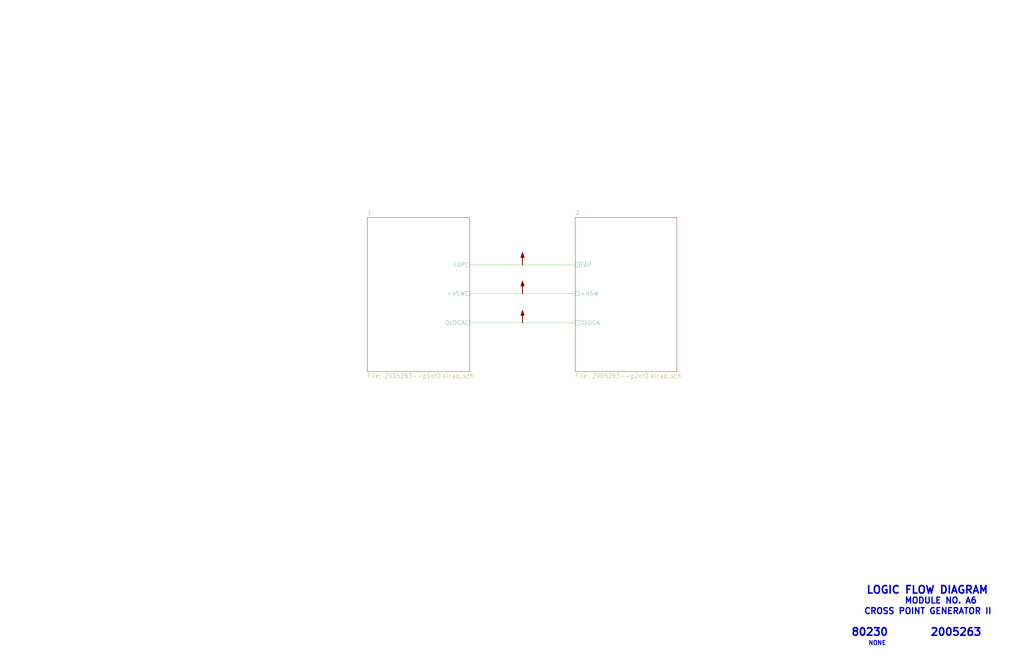
<source format=kicad_sch>
(kicad_sch (version 20211123) (generator eeschema)
  (paper "D")
  (lib_symbols
    (symbol "AGC_DSKY:PWR_FLAG" (power) (pin_numbers hide) (pin_names (offset 0) hide)
      (symbol "PWR_FLAG_0_0"
        (pin power_out line (at 0 0 90) (length 0) (name "pwr") (number "1"))
      )
      (symbol "PWR_FLAG_0_1"
        (polyline (pts (xy 0 0) (xy 0 10.16)) (stroke (width 0.762)))
        (polyline (pts (xy 0 10.16) (xy -1.27 6.35) (xy 1.27 6.35) (xy 0 10.16)) (stroke (width 0.762)) (fill (type outline)))
      )
    )
  )
  (junction (at 440.69 247.65))
  (junction (at 440.69 223.52))
  (junction (at 440.69 272.415))
  (wire (pts (xy 485.14 247.65) (xy 440.69 247.65)))
  (wire (pts (xy 440.69 247.65) (xy 396.24 247.65)))
  (wire (pts (xy 485.14 272.415) (xy 440.69 272.415)))
  (wire (pts (xy 485.14 223.52) (xy 440.69 223.52)))
  (wire (pts (xy 396.24 272.415) (xy 440.69 272.415)))
  (wire (pts (xy 396.24 223.52) (xy 440.69 223.52)))
  (text "NONE" (at 732.155 544.83 0) (effects (font (size 3.556 3.556) (thickness 0.7112) bold) (justify left bottom)))
  (text "LOGIC FLOW DIAGRAM" (at 730.25 501.65 0) (effects (font (size 6.35 6.35) (thickness 1.27) bold) (justify left bottom)))
  (text "MODULE NO. A6" (at 762.635 509.905 0) (effects (font (size 5.08 5.08) (thickness 1.016) bold) (justify left bottom)))
  (text "2005263" (at 784.225 537.21 0) (effects (font (size 6.35 6.35) (thickness 1.27) bold) (justify left bottom)))
  (text "80230" (at 717.55 537.21 0) (effects (font (size 6.35 6.35) (thickness 1.27) bold) (justify left bottom)))
  (text "CROSS POINT GENERATOR II" (at 728.345 518.795 0) (effects (font (size 5.08 5.08) (thickness 1.016) bold) (justify left bottom)))
  (symbol (lib_id "AGC_DSKY:PWR_FLAG") (at 440.69 223.52 0) (unit 1)
    (property "Reference" "#FLG01" (effects hide))
    (property "Value" "PWR_FLAG" (effects hide))
  )
  (symbol (lib_id "AGC_DSKY:PWR_FLAG") (at 440.69 247.65 0) (unit 1)
    (property "Reference" "#FLG02" (effects hide))
    (property "Value" "PWR_FLAG" (effects hide))
  )
  (symbol (lib_id "AGC_DSKY:PWR_FLAG") (at 440.69 272.415 0) (unit 1)
    (property "Reference" "#FLG03" (effects hide))
    (property "Value" "PWR_FLAG" (effects hide))
  )
  (sheet (at 309.88 183.515) (size 86.36 130.175)
    (property "Sheet name" "1" (at 309.88 181.6604 0) (effects (font (size 3.556 3.556)) (justify left bottom)))
    (property "Sheet file" "2005263--p1of2.kicad_sch" (at 309.88 315.189 0) (effects (font (size 3.556 3.556)) (justify left top)))
    (pin "FAP" passive (at 396.24 223.52 0) (effects (font (size 3.556 3.556))))
    (pin "0VDCA" passive (at 396.24 272.415 0) (effects (font (size 3.556 3.556))))
    (pin "+4SW" passive (at 396.24 247.65 0) (effects (font (size 3.556 3.556))))
  )
  (sheet (at 485.14 183.515) (size 85.725 130.175)
    (property "Sheet name" "2" (at 485.14 181.6604 0) (effects (font (size 3.556 3.556)) (justify left bottom)))
    (property "Sheet file" "2005263--p2of2.kicad_sch" (at 485.14 315.189 0) (effects (font (size 3.556 3.556)) (justify left top)))
    (pin "0VDCA" passive (at 485.14 272.415 180) (effects (font (size 3.556 3.556))))
    (pin "+4SW" passive (at 485.14 247.65 180) (effects (font (size 3.556 3.556))))
    (pin "FAP" passive (at 485.14 223.52 180) (effects (font (size 3.556 3.556))))
  )
)
</source>
